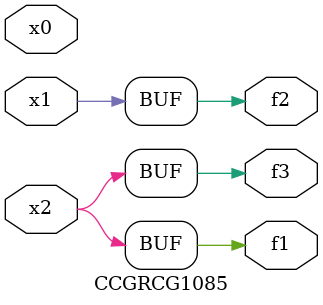
<source format=v>
module CCGRCG1085(
	input x0, x1, x2,
	output f1, f2, f3
);
	assign f1 = x2;
	assign f2 = x1;
	assign f3 = x2;
endmodule

</source>
